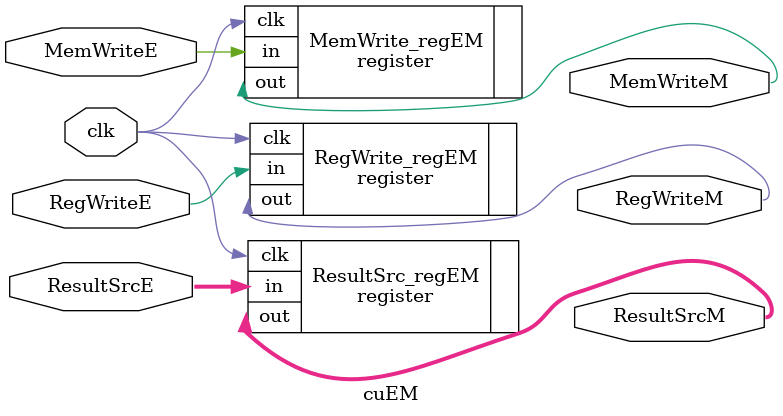
<source format=sv>
module cuEM(
    input logic                 clk,
    input logic                 RegWriteE,
    input logic     [1:0]       ResultSrcE,
    input logic                 MemWriteE,
    output logic                RegWriteM,
    output logic    [1:0]       ResultSrcM,
    output logic                MemWriteM
);

register #(1) RegWrite_regEM(
    .clk(clk),
    .in(RegWriteE),
    .out(RegWriteM)
);

register #(2) ResultSrc_regEM(
    .clk(clk),
    .in(ResultSrcE),
    .out(ResultSrcM)
);

register #(1) MemWrite_regEM(
    .clk(clk),
    .in(MemWriteE),
    .out(MemWriteM)
);

endmodule

</source>
